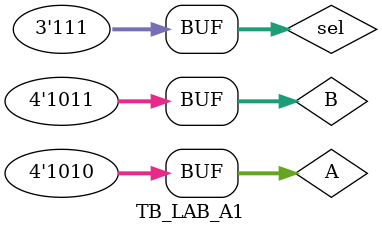
<source format=v>
module TB_LAB_A1 #(
    parameter N = 4 
)();


reg [N-1:0] A,B;
reg [2:0] sel;
wire [N-1:0] C;


LAB_A1 #(.N(N)) L0 (A,B,sel,C);
    

initial begin
    A = 4'b1010;B = 4'b1011; 
    
    sel = 3'b000;
#10 sel = 3'b001;
#10 sel = 3'b010;
#10 sel = 3'b011;
#10 sel = 3'b100;
#10 sel = 3'b101;

#10 
//A = 4'b1111 ; 
sel = 3'b110;
#10 

sel = 3'b111;





end    
endmodule
</source>
